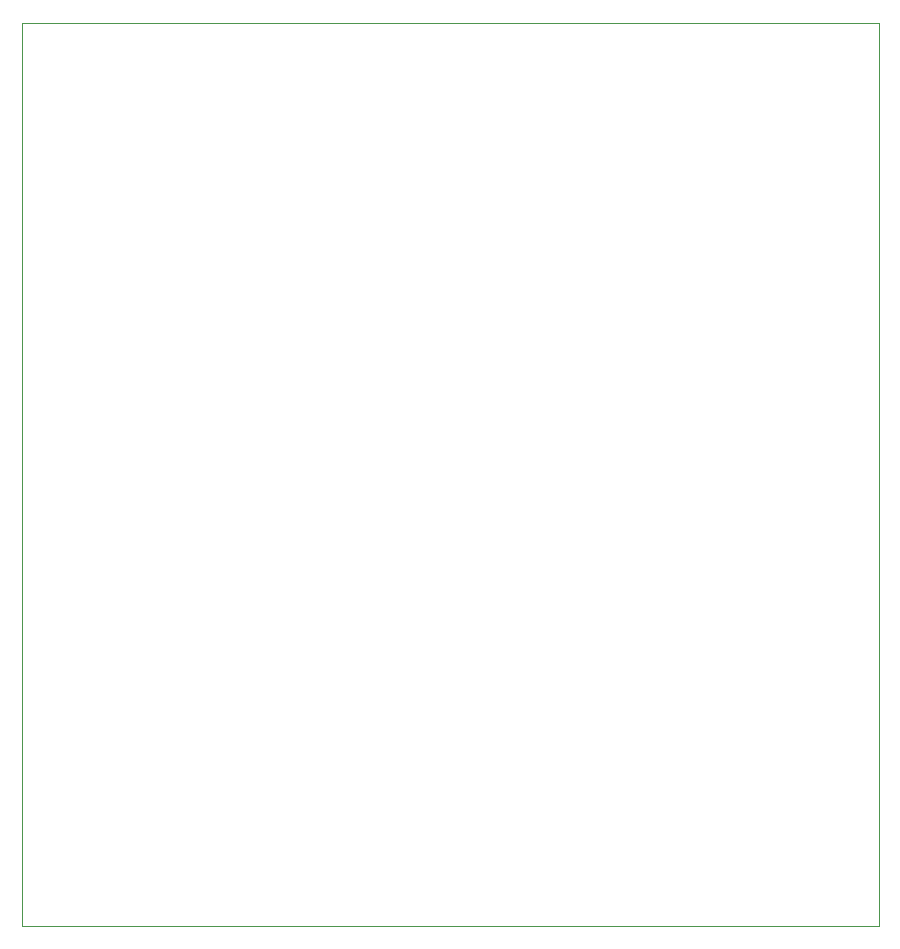
<source format=gm1>
G04 #@! TF.GenerationSoftware,KiCad,Pcbnew,(6.0.11)*
G04 #@! TF.CreationDate,2023-08-29T14:33:34-05:00*
G04 #@! TF.ProjectId,Puerta,50756572-7461-42e6-9b69-6361645f7063,rev?*
G04 #@! TF.SameCoordinates,Original*
G04 #@! TF.FileFunction,Profile,NP*
%FSLAX46Y46*%
G04 Gerber Fmt 4.6, Leading zero omitted, Abs format (unit mm)*
G04 Created by KiCad (PCBNEW (6.0.11)) date 2023-08-29 14:33:34*
%MOMM*%
%LPD*%
G01*
G04 APERTURE LIST*
G04 #@! TA.AperFunction,Profile*
%ADD10C,0.100000*%
G04 #@! TD*
G04 APERTURE END LIST*
D10*
X69240400Y-32766000D02*
X141757400Y-32766000D01*
X141757400Y-32766000D02*
X141757400Y-109194600D01*
X141757400Y-109194600D02*
X69240400Y-109194600D01*
X69240400Y-109194600D02*
X69240400Y-32766000D01*
M02*

</source>
